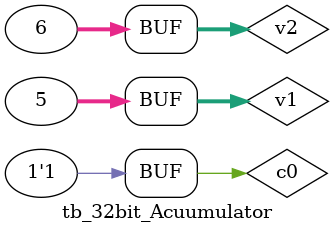
<source format=v>
module tb_32bit_Acuumulator;
    reg [31:0] v1;
    reg [31:0] v2;
    reg c0;
    wire [31:0] sum;
    wire carry;

    Accumulator32bit a(
        .i_va(v1),
        .i_vb(v2),
        .i_c0(c0),
        .o_v(sum),
        .o_c32(carry)
    );

    initial begin
        $monitor("v1=%h, v2=%h, c0=%b, sum=%h, carry=%b", v1, v2, c0, sum, carry);
        v1 = 32'h00000000;
        v2 = 32'h00000000;
        c0 = 1'b0;
        #10;
        v1 = 32'h00000001;
        v2 = 32'h00000001;
        c0 = 1'b0;
        #10;
        v1 = 32'h00000001;
        v2 = 32'h00000001;
        c0 = 1'b1;
        #10;
        v1 = 32'h00000001;
        v2 = 32'h00000001;
        c0 = 1'b1;
        #10;
        v1 = 32'h00000001;
        v2 = 32'h00000001;
        c0 = 1'b1;
        #10;
        v1 = 32'h00000001;
        v2 = 32'h00000001;
        c0 = 1'b1;
        #10;
        v1 = 32'h00000001;
        v2 = 32'h00000001;
        c0 = 1'b1;
        #10;
        v1 = 32'h00000001;
        v2 = 32'h00000001;
        c0 = 1'b1;
        #10;
        v1 = 32'h00000005;
        v2 = 32'h00000006;
        c0 = 1'b1;
        #10;
    end
    

endmodule
</source>
